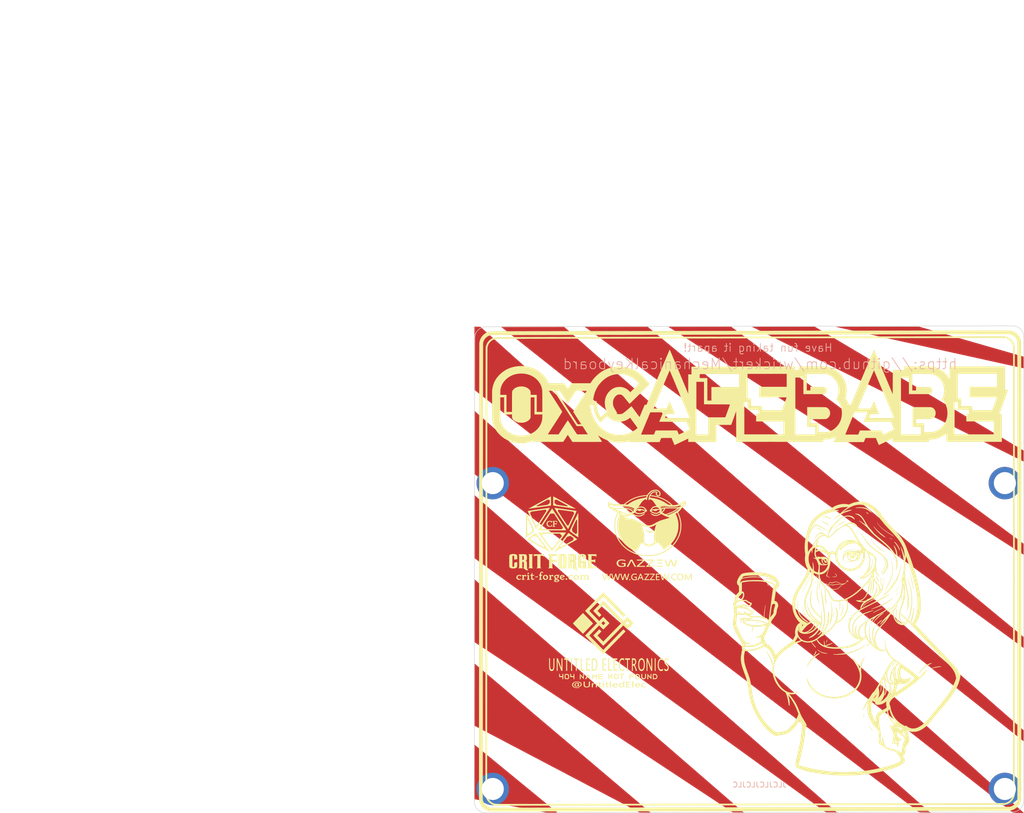
<source format=kicad_pcb>
(kicad_pcb (version 20210228) (generator pcbnew)
  (layers (0 "F.Cu" signal) (31 "B.Cu" signal) (34 "B.Paste" user) (35 "F.Paste" user) (36 "B.SilkS" user "B.Silkscreen") (37 "F.SilkS" user "F.Silkscreen") (38 "B.Mask" user) (39 "F.Mask" user) (44 "Edge.Cuts" user))
  (net 0 "")
  (footprint "LOGO" (layer "F.Cu") (at 0 0)
    (fp_text reference "G***" hide)
    (fp_text value "LOGO" hide)
  )
  (footprint "LOGO" (layer "F.Cu") (at 140.398347 107.580362)
    (fp_text reference "G***" hide)
    (fp_text value "LOGO" hide)
    (fp_poly (pts (xy 32.54375 -46.502725) (xy 42.523833 -43.63721) (xy 52.503917 -40.771695) (xy 52.509395 -39.658097) (xy 52.510459 -39.403559) (xy 52.510907 -39.188501) (xy 52.510685 -39.010071) (xy 52.509738 -38.865419) (xy 52.508011 -38.751696) (xy 52.505452 -38.666051) (xy 52.502005 -38.605633) (xy 52.497617 -38.567593) (xy 52.492232 -38.549079) (xy 52.488229 -38.546162) (xy 52.466433 -38.550775) (xy 52.404242 -38.564315) (xy 52.302598 -38.586574) (xy 52.162441 -38.617345) (xy 51.984714 -38.65642) (xy 51.770357 -38.70359) (xy 51.520311 -38.758649) (xy 51.235519 -38.821389) (xy 50.91692 -38.891602) (xy 50.565457 -38.969079) (xy 50.182071 -39.053614) (xy 49.767702 -39.144999) (xy 49.323293 -39.243025) (xy 48.849784 -39.347486) (xy 48.348117 -39.458173) (xy 47.819233 -39.574879) (xy 47.264073 -39.697396) (xy 46.683578 -39.825516) (xy 46.078691 -39.959031) (xy 45.450352 -40.097735) (xy 44.799501 -40.241418) (xy 44.127082 -40.389873) (xy 43.434034 -40.542893) (xy 42.7213 -40.70027) (xy 41.98982 -40.861796) (xy 41.240536 -41.027263) (xy 40.474388 -41.196464) (xy 39.692319 -41.36919) (xy 38.89527 -41.545235) (xy 38.084181 -41.72439) (xy 37.259994 -41.906448) (xy 36.423651 -42.0912) (xy 35.576092 -42.27844) (xy 34.718259 -42.467959) (xy 34.529688 -42.509621) (xy 33.669789 -42.699617) (xy 32.819982 -42.887412) (xy 31.981209 -43.072796) (xy 31.154409 -43.255562) (xy 30.340523 -43.435501) (xy 29.540491 -43.612404) (xy 28.755255 -43.786063) (xy 27.985755 -43.956269) (xy 27.23293 -44.122815) (xy 26.497723 -44.285491) (xy 25.781073 -44.444089) (xy 25.083922 -44.598401) (xy 24.407209 -44.748218) (xy 23.751875 -44.893332) (xy 23.11886 -45.033534) (xy 22.509106 -45.168615) (xy 21.923553 -45.298369) (xy 21.363141 -45.422585) (xy 20.828812 -45.541055) (xy 20.321504 -45.653572) (xy 19.84216 -45.759926) (xy 19.391719 -45.85991) (xy 18.971123 -45.953314) (xy 18.581312 -46.03993) (xy 18.223225 -46.11955) (xy 17.897805 -46.191965) (xy 17.605991 -46.256967) (xy 17.348724 -46.314348) (xy 17.126945 -46.363898) (xy 16.941594 -46.40541) (xy 16.793612 -46.438675) (xy 16.683939 -46.463484) (xy 16.613516 -46.47963) (xy 16.583283 -46.486903) (xy 16.582119 -46.487292) (xy 16.601897 -46.488441) (xy 16.662554 -46.489568) (xy 16.762635 -46.49067) (xy 16.900685 -46.491743) (xy 17.075248 -46.492785) (xy 17.28487 -46.493792) (xy 17.528097 -46.494763) (xy 17.803472 -46.495694) (xy 18.109542 -46.496582) (xy 18.444852 -46.497424) (xy 18.807946 -46.498219) (xy 19.19737 -46.498961) (xy 19.611669 -46.49965) (xy 20.049388 -46.500282) (xy 20.509072 -46.500854) (xy 20.989267 -46.501363) (xy 21.488516 -46.501806) (xy 22.005367 -46.502182) (xy 22.538363 -46.502486) (xy 23.08605 -46.502715) (xy 23.646973 -46.502868) (xy 24.219677 -46.502941) (xy 24.555097 -46.502946) (xy 32.54375 -46.502725)) (layer "F.Cu") (width 0.01) (fill solid))
    (fp_poly (pts (xy -52.413958 -14.221149) (xy -52.395693 -14.205097) (xy -52.346041 -14.161556) (xy -52.26546 -14.090926) (xy -52.15441 -13.99361) (xy -52.01335 -13.870009) (xy -51.842738 -13.720526) (xy -51.643032 -13.545561) (xy -51.414692 -13.345517) (xy -51.158177 -13.120796) (xy -50.873945 -12.8718) (xy -50.562455 -12.59893) (xy -50.224165 -12.302588) (xy -49.859536 -11.983177) (xy -49.469024 -11.641097) (xy -49.053089 -11.276751) (xy -48.612191 -10.89054) (xy -48.146786 -10.482867) (xy -47.657336 -10.054133) (xy -47.144297 -9.604741) (xy -46.608129 -9.135091) (xy -46.049291 -8.645586) (xy -45.468241 -8.136628) (xy -44.865438 -7.608618) (xy -44.241342 -7.061958) (xy -43.59641 -6.497051) (xy -42.931101 -5.914297) (xy -42.245875 -5.3141) (xy -41.541189 -4.69686) (xy -40.817504 -4.062979) (xy -40.075277 -3.41286) (xy -39.314967 -2.746904) (xy -38.537034 -2.065513) (xy -37.741935 -1.369088) (xy -36.93013 -0.658033) (xy -36.102077 0.067252) (xy -35.258236 0.806365) (xy -34.399064 1.558903) (xy -33.525021 2.324466) (xy -32.636565 3.10265) (xy -31.734156 3.893055) (xy -30.818252 4.695279) (xy -29.889311 5.508918) (xy -28.947793 6.333573) (xy -27.994156 7.168841) (xy -27.028859 8.01432) (xy -26.052361 8.869608) (xy -25.065121 9.734303) (xy -24.067597 10.608004) (xy -23.060248 11.490309) (xy -22.043533 12.380816) (xy -21.01791 13.279122) (xy -19.983839 14.184827) (xy -18.941778 15.097529) (xy -17.892186 16.016825) (xy -17.742958 16.147527) (xy -16.692612 17.067491) (xy -15.649801 17.980873) (xy -14.614982 18.887271) (xy -13.588612 19.786285) (xy -12.571148 20.677514) (xy -11.563049 21.560557) (xy -10.564772 22.435013) (xy -9.576774 23.300482) (xy -8.599512 24.156562) (xy -7.633443 25.002853) (xy -6.679027 25.838954) (xy -5.736718 26.664463) (xy -4.806976 27.478981) (xy -3.890257 28.282106) (xy -2.987019 29.073437) (xy -2.09772 29.852573) (xy -1.222816 30.619115) (xy -0.362765 31.372659) (xy 0.481976 32.112807) (xy 1.310949 32.839157) (xy 2.123696 33.551308) (xy 2.919761 34.248859) (xy 3.698686 34.931409) (xy 4.460013 35.598558) (xy 5.203285 36.249905) (xy 5.928045 36.885048) (xy 6.633836 37.503588) (xy 7.320199 38.105122) (xy 7.986678 38.689251) (xy 8.632815 39.255572) (xy 9.258153 39.803687) (xy 9.862234 40.333193) (xy 10.444601 40.84369) (xy 11.004796 41.334776) (xy 11.542363 41.806052) (xy 12.056843 42.257115) (xy 12.547779 42.687566) (xy 13.014715 43.097004) (xy 13.457192 43.485027) (xy 13.874753 43.851234) (xy 14.26694 44.195226) (xy 14.633297 44.5166) (xy 14.973366 44.814956) (xy 15.286689 45.089894) (xy 15.57281 45.341012) (xy 15.83127 45.567909) (xy 16.061612 45.770185) (xy 16.263379 45.947439) (xy 16.436114 46.09927) (xy 16.579358 46.225276) (xy 16.692655 46.325058) (xy 16.775548 46.398214) (xy 16.827578 46.444344) (xy 16.848289 46.463046) (xy 16.848667 46.463463) (xy 16.832552 46.477423) (xy 16.822208 46.476921) (xy 16.796274 46.475779) (xy 16.732273 46.474487) (xy 16.634472 46.47309) (xy 16.507137 46.471632) (xy 16.354533 46.470159) (xy 16.180928 46.468715) (xy 15.990587 46.467344) (xy 15.794318 46.466129) (xy 14.792886 46.460417) (xy -18.850224 22.114566) (xy -52.493333 -2.231285) (xy -52.493333 -14.292426) (xy -52.413958 -14.221149)) (layer "F.Cu") (width 0.01) (fill solid))
    (fp_poly (pts (xy -52.458488 1.859007) (xy -52.410712 1.900146) (xy -52.332249 1.96788) (xy -52.223748 2.061646) (xy -52.085863 2.180878) (xy -51.919245 2.325012) (xy -51.724546 2.493483) (xy -51.502416 2.685727) (xy -51.253509 2.901179) (xy -50.978474 3.139273) (xy -50.677965 3.399447) (xy -50.352632 3.681135) (xy -50.003128 3.983772) (xy -49.630103 4.306794) (xy -49.23421 4.649636) (xy -48.8161 5.011734) (xy -48.376425 5.392523) (xy -47.915836 5.791438) (xy -47.434986 6.207916) (xy -46.934525 6.64139) (xy -46.415105 7.091297) (xy -45.877378 7.557071) (xy -45.321996 8.038149) (xy -44.74961 8.533966) (xy -44.160872 9.043957) (xy -43.556433 9.567557) (xy -42.936945 10.104202) (xy -42.30306 10.653328) (xy -41.65543 11.214369) (xy -40.994705 11.78676) (xy -40.321538 12.369939) (xy -39.63658 12.963339) (xy -38.940483 13.566396) (xy -38.233899 14.178546) (xy -37.517478 14.799223) (xy -36.791874 15.427864) (xy -36.057736 16.063904) (xy -35.315718 16.706777) (xy -34.56647 17.355921) (xy -33.810645 18.010768) (xy -33.048893 18.670757) (xy -32.281867 19.33532) (xy -31.510218 20.003895) (xy -30.734598 20.675916) (xy -29.955658 21.350819) (xy -29.174051 22.028039) (xy -28.390427 22.707011) (xy -27.605438 23.387171) (xy -26.819736 24.067955) (xy -26.033973 24.748797) (xy -25.2488 25.429133) (xy -24.464869 26.108399) (xy -23.682831 26.78603) (xy -22.903338 27.46146) (xy -22.127042 28.134127) (xy -21.354594 28.803464) (xy -20.586646 29.468907) (xy -19.82385 30.129893) (xy -19.066857 30.785855) (xy -18.316319 31.43623) (xy -17.572887 32.080453) (xy -16.837213 32.717959) (xy -16.109949 33.348183) (xy -15.391747 33.970562) (xy -14.683257 34.58453) (xy -13.985132 35.189523) (xy -13.298024 35.784976) (xy -12.622583 36.370324) (xy -11.959461 36.945004) (xy -11.309311 37.50845) (xy -10.672784 38.060097) (xy -10.050531 38.599382) (xy -9.443204 39.125739) (xy -8.851454 39.638604) (xy -8.275934 40.137412) (xy -7.717295 40.621599) (xy -7.176188 41.090599) (xy -6.653266 41.54385) (xy -6.149179 41.980785) (xy -5.66458 42.40084) (xy -5.20012 42.80345) (xy -4.75645 43.188052) (xy -4.334223 43.55408) (xy -3.93409 43.900969) (xy -3.556702 44.228156) (xy -3.202711 44.535075) (xy -2.87277 44.821162) (xy -2.567528 45.085852) (xy -2.287639 45.328581) (xy -2.033754 45.548784) (xy -1.806524 45.745896) (xy -1.606601 45.919352) (xy -1.434636 46.068589) (xy -1.291282 46.193042) (xy -1.177189 46.292145) (xy -1.09301 46.365335) (xy -1.039397 46.412046) (xy -1.017 46.431715) (xy -1.016481 46.432192) (xy -0.964046 46.482) (xy -1.397481 46.477198) (xy -1.542168 46.475422) (xy -1.717393 46.472994) (xy -1.911371 46.470094) (xy -2.112315 46.466903) (xy -2.308438 46.463601) (xy -2.436386 46.461323) (xy -3.041855 46.45025) (xy -27.766811 30.141334) (xy -52.491768 13.832417) (xy -52.492551 7.835195) (xy -52.492555 7.312648) (xy -52.492432 6.804429) (xy -52.492186 6.312073) (xy -52.491823 5.837118) (xy -52.491346 5.3811) (xy -52.49076 4.945557) (xy -52.490069 4.532025) (xy -52.489279 4.142042) (xy -52.488393 3.777143) (xy -52.487417 3.438866) (xy -52.486354 3.128748) (xy -52.485209 2.848325) (xy -52.483987 2.599135) (xy -52.482693 2.382714) (xy -52.48133 2.200599) (xy -52.479903 2.054328) (xy -52.478417 1.945436) (xy -52.476876 1.875461) (xy -52.475286 1.845939) (xy -52.474924 1.845028) (xy -52.458488 1.859007)) (layer "F.Cu") (width 0.01) (fill solid))
    (fp_poly (pts (xy -25.799235 -46.502273) (xy -25.409525 -46.502224) (xy -19.39925 -46.501282) (xy 16.552333 -16.817496) (xy 52.503917 12.86629) (xy 52.509406 13.915562) (xy 52.510171 14.121741) (xy 52.510279 14.314427) (xy 52.509771 14.489603) (xy 52.508687 14.643254) (xy 52.507069 14.771366) (xy 52.504955 14.869923) (xy 52.502388 14.934911) (xy 52.499407 14.962314) (xy 52.498822 14.962945) (xy 52.481363 14.95044) (xy 52.430212 14.913258) (xy 52.345833 14.851737) (xy 52.228686 14.766216) (xy 52.079234 14.657031) (xy 51.897937 14.524522) (xy 51.685258 14.369026) (xy 51.441658 14.190881) (xy 51.167599 13.990425) (xy 50.863543 13.767996) (xy 50.52995 13.523933) (xy 50.167283 13.258572) (xy 49.776004 12.972252) (xy 49.356573 12.665312) (xy 48.909453 12.338088) (xy 48.435105 11.990919) (xy 47.93399 11.624144) (xy 47.406571 11.238099) (xy 46.85331 10.833123) (xy 46.274666 10.409555) (xy 45.671103 9.967731) (xy 45.043082 9.50799) (xy 44.391065 9.030669) (xy 43.715512 8.536108) (xy 43.016886 8.024643) (xy 42.295649 7.496614) (xy 41.552262 6.952357) (xy 40.787186 6.392211) (xy 40.000884 5.816513) (xy 39.193816 5.225603) (xy 38.366445 4.619817) (xy 37.519232 3.999494) (xy 36.652639 3.364971) (xy 35.767127 2.716587) (xy 34.863158 2.05468) (xy 33.941194 1.379587) (xy 33.001696 0.691647) (xy 32.045126 -0.008802) (xy 31.071945 -0.721423) (xy 30.082616 -1.445877) (xy 29.077599 -2.181826) (xy 28.057356 -2.928933) (xy 27.02235 -3.68686) (xy 25.973041 -4.455268) (xy 24.909891 -5.23382) (xy 23.833363 -6.022177) (xy 22.743916 -6.820001) (xy 21.642014 -7.626956) (xy 20.528117 -8.442701) (xy 19.402688 -9.266901) (xy 18.266188 -10.099216) (xy 17.119078 -10.939309) (xy 15.961821 -11.786841) (xy 14.794877 -12.641475) (xy 13.618709 -13.502873) (xy 12.433778 -14.370696) (xy 11.240546 -15.244607) (xy 10.557868 -15.744597) (xy 9.360055 -16.621875) (xy 8.170272 -17.493276) (xy 6.988983 -18.358463) (xy 5.816648 -19.217097) (xy 4.65373 -20.068841) (xy 3.500689 -20.913354) (xy 2.357989 -21.7503) (xy 1.226091 -22.579341) (xy 0.105457 -23.400136) (xy -1.003452 -24.212349) (xy -2.100174 -25.015641) (xy -3.184246 -25.809674) (xy -4.255208 -26.59411) (xy -5.312597 -27.368609) (xy -6.355951 -28.132835) (xy -7.384809 -28.886448) (xy -8.398709 -29.62911) (xy -9.397189 -30.360483) (xy -10.379787 -31.080229) (xy -11.346042 -31.788009) (xy -12.295491 -32.483486) (xy -13.227673 -33.16632) (xy -14.142126 -33.836173) (xy -15.038389 -34.492708) (xy -15.915999 -35.135585) (xy -16.774494 -35.764467) (xy -17.613413 -36.379015) (xy -18.432294 -36.978892) (xy -19.230676 -37.563757) (xy -20.008096 -38.133274) (xy -20.764092 -38.687104) (xy -21.498204 -39.224909) (xy -22.209968 -39.746351) (xy -22.898923 -40.25109) (xy -23.564608 -40.738789) (xy -24.206561 -41.20911) (xy -24.824319 -41.661714) (xy -25.417421 -42.096262) (xy -25.985405 -42.512418) (xy -26.52781 -42.909841) (xy -27.044173 -43.288195) (xy -27.534033 -43.64714) (xy -27.996928 -43.986339) (xy -28.432396 -44.305453) (xy -28.839975 -44.604143) (xy -29.219204 -44.882073) (xy -29.569621 -45.138902) (xy -29.890763 -45.374293) (xy -30.18217 -45.587908) (xy -30.443379 -45.779408) (xy -30.673928 -45.948455) (xy -30.873356 -46.09471) (xy -31.041202 -46.217836) (xy -31.177002 -46.317494) (xy -31.280295 -46.393346) (xy -31.35062 -46.445053) (xy -31.387515 -46.472277) (xy -31.393407 -46.476708) (xy -31.388861 -46.479422) (xy -31.368799 -46.481952) (xy -31.33198 -46.484305) (xy -31.277164 -46.486485) (xy -31.203111 -46.488498) (xy -31.10858 -46.49035) (xy -30.992332 -46.492044) (xy -30.853126 -46.493588) (xy -30.689723 -46.494985) (xy -30.500881 -46.496242) (xy -30.285362 -46.497363) (xy -30.041925 -46.498355) (xy -29.76933 -46.499221) (xy -29.466336 -46.499968) (xy -29.131704 -46.5006) (xy -28.764194 -46.501124) (xy -28.362564 -46.501544) (xy -27.925577 -46.501865) (xy -27.45199 -46.502094) (xy -26.940564 -46.502234) (xy -26.390059 -46.502292) (xy -25.799235 -46.502273)) (layer "F.Cu") (width 0.01) (fill solid))
    (fp_poly (pts (xy 24.543821 -25.737242) (xy 52.503917 -4.971318) (xy 52.509406 -3.924992) (xy 52.510171 -3.719073) (xy 52.510278 -3.526624) (xy 52.509767 -3.35167) (xy 52.508679 -3.198236) (xy 52.507054 -3.070348) (xy 52.504934 -2.972031) (xy 52.502359 -2.90731) (xy 52.499369 -2.880211) (xy 52.498822 -2.879636) (xy 52.48058 -2.891046) (xy 52.427262 -2.924978) (xy 52.339416 -2.981084) (xy 52.217588 -3.05901) (xy 52.062324 -3.158407) (xy 51.874171 -3.278925) (xy 51.653676 -3.420211) (xy 51.401385 -3.581915) (xy 51.117845 -3.763688) (xy 50.803602 -3.965177) (xy 50.459203 -4.186032) (xy 50.085194 -4.425902) (xy 49.682122 -4.684437) (xy 49.250534 -4.961285) (xy 48.790975 -5.256097) (xy 48.303994 -5.568521) (xy 47.790135 -5.898206) (xy 47.249946 -6.244802) (xy 46.683973 -6.607957) (xy 46.092762 -6.987322) (xy 45.476862 -7.382545) (xy 44.836816 -7.793276) (xy 44.173174 -8.219163) (xy 43.48648 -8.659857) (xy 42.777281 -9.115006) (xy 42.046125 -9.584259) (xy 41.293557 -10.067266) (xy 40.520125 -10.563676) (xy 39.726373 -11.073138) (xy 38.912851 -11.595302) (xy 38.080102 -12.129816) (xy 37.228676 -12.67633) (xy 36.359117 -13.234493) (xy 35.471972 -13.803954) (xy 34.567788 -14.384363) (xy 33.647112 -14.975369) (xy 32.71049 -15.576621) (xy 31.758469 -16.187768) (xy 30.791594 -16.80846) (xy 29.810413 -17.438345) (xy 28.815473 -18.077073) (xy 27.807319 -18.724293) (xy 26.786498 -19.379655) (xy 25.753558 -20.042807) (xy 24.709044 -20.7134) (xy 23.653502 -21.391081) (xy 22.58748 -22.0755) (xy 21.511525 -22.766308) (xy 20.426182 -23.463151) (xy 19.331998 -24.165681) (xy 18.537174 -24.676011) (xy 17.436973 -25.382424) (xy 16.345234 -26.08342) (xy 15.262503 -26.778648) (xy 14.189328 -27.467756) (xy 13.126254 -28.150394) (xy 12.073827 -28.826211) (xy 11.032594 -29.494856) (xy 10.003101 -30.155977) (xy 8.985894 -30.809224) (xy 7.981519 -31.454246) (xy 6.990523 -32.090692) (xy 6.013453 -32.71821) (xy 5.050853 -33.33645) (xy 4.103272 -33.945061) (xy 3.171254 -34.543691) (xy 2.255346 -35.131991) (xy 1.356095 -35.709608) (xy 0.474046 -36.276191) (xy -0.390254 -36.831391) (xy -1.236258 -37.374856) (xy -2.063421 -37.906234) (xy -2.871196 -38.425175) (xy -3.659037 -38.931328) (xy -4.426398 -39.424341) (xy -5.172732 -39.903864) (xy -5.897494 -40.369547) (xy -6.600136 -40.821037) (xy -7.280113 -41.257984) (xy -7.936878 -41.680036) (xy -8.569885 -42.086844) (xy -9.178588 -42.478055) (xy -9.76244 -42.853319) (xy -10.320896 -43.212285) (xy -10.853408 -43.554602) (xy -11.359432 -43.879919) (xy -11.838419 -44.187884) (xy -12.289825 -44.478147) (xy -12.713103 -44.750358) (xy -13.107706 -45.004164) (xy -13.473089 -45.239215) (xy -13.808704 -45.45516) (xy -14.114007 -45.651647) (xy -14.388449 -45.828327) (xy -14.631486 -45.984848) (xy -14.842572 -46.120858) (xy -15.021158 -46.236007) (xy -15.1667 -46.329944) (xy -15.278652 -46.402319) (xy -15.356466 -46.452779) (xy -15.399596 -46.480973) (xy -15.408868 -46.487291) (xy -15.388021 -46.488618) (xy -15.326524 -46.489915) (xy -15.226061 -46.491178) (xy -15.088315 -46.492402) (xy -14.91497 -46.493584) (xy -14.707708 -46.494719) (xy -14.468214 -46.495802) (xy -14.198171 -46.496829) (xy -13.899262 -46.497796) (xy -13.573171 -46.498697) (xy -13.221581 -46.499529) (xy -12.846176 -46.500287) (xy -12.448639 -46.500967) (xy -12.030653 -46.501564) (xy -11.593903 -46.502073) (xy -11.140071 -46.502491) (xy -10.670842 -46.502813) (xy -10.187897 -46.503034) (xy -9.692922 -46.503149) (xy -9.412804 -46.503166) (xy -3.416274 -46.503166) (xy 24.543821 -25.737242)) (layer "F.Cu") (width 0.01) (fill solid))
    (fp_poly (pts (xy -52.460237 33.477888) (xy -52.411303 33.517233) (xy -52.331657 33.5818) (xy -52.222304 33.670767) (xy -52.084246 33.783314) (xy -51.918487 33.918618) (xy -51.726028 34.075857) (xy -51.507873 34.254211) (xy -51.265025 34.452858) (xy -50.998487 34.670976) (xy -50.709262 34.907743) (xy -50.398353 35.162339) (xy -50.066762 35.433941) (xy -49.715494 35.721729) (xy -49.345549 36.02488) (xy -48.957933 36.342572) (xy -48.553646 36.673986) (xy -48.133694 37.018298) (xy -47.699077 37.374687) (xy -47.2508 37.742332) (xy -46.789866 38.120412) (xy -46.317276 38.508104) (xy -45.834035 38.904587) (xy -45.341145 39.30904) (xy -44.839609 39.720641) (xy -44.619333 39.901434) (xy -44.113776 40.316385) (xy -43.616208 40.724777) (xy -43.127645 41.125778) (xy -42.649097 41.518557) (xy -42.18158 41.902283) (xy -41.726105 42.276123) (xy -41.283687 42.639246) (xy -40.855337 42.990821) (xy -40.44207 43.330016) (xy -40.044899 43.656) (xy -39.664836 43.967941) (xy -39.302895 44.265007) (xy -38.960089 44.546366) (xy -38.637431 44.811189) (xy -38.335935 45.058642) (xy -38.056613 45.287894) (xy -37.800478 45.498114) (xy -37.568544 45.68847) (xy -37.361824 45.858131) (xy -37.181331 46.006265) (xy -37.028078 46.13204) (xy -36.903078 46.234626) (xy -36.807345 46.313189) (xy -36.741892 46.3669) (xy -36.707731 46.394926) (xy -36.703 46.398804) (xy -36.628917 46.459414) (xy -37.1475 46.455234) (xy -37.333084 46.453638) (xy -37.54291 46.45167) (xy -37.760707 46.449491) (xy -37.970208 46.447265) (xy -38.155142 46.445156) (xy -38.170353 46.444974) (xy -38.674622 46.438893) (xy -45.562894 45.158697) (xy -46.095916 45.059646) (xy -46.618272 44.962599) (xy -47.128426 44.867843) (xy -47.624839 44.775661) (xy -48.105974 44.686339) (xy -48.570293 44.600162) (xy -49.01626 44.517414) (xy -49.442336 44.43838) (xy -49.846983 44.363345) (xy -50.228665 44.292595) (xy -50.585843 44.226413) (xy -50.916981 44.165086) (xy -51.220539 44.108897) (xy -51.494982 44.058132) (xy -51.738771 44.013075) (xy -51.950368 43.974012) (xy -52.128237 43.941227) (xy -52.270839 43.915005) (xy -52.376637 43.895631) (xy -52.444094 43.88339) (xy -52.471671 43.878567) (xy -52.47225 43.8785) (xy -52.474814 43.857355) (xy -52.477214 43.794003) (xy -52.47945 43.688572) (xy -52.481521 43.541188) (xy -52.483427 43.351978) (xy -52.485167 43.12107) (xy -52.48674 42.848588) (xy -52.488147 42.534661) (xy -52.489386 42.179416) (xy -52.490458 41.782978) (xy -52.49136 41.345474) (xy -52.492094 40.867033) (xy -52.492659 40.347779) (xy -52.493053 39.787841) (xy -52.493277 39.187344) (xy -52.493333 38.6715) (xy -52.49327 38.205055) (xy -52.493083 37.749824) (xy -52.492777 37.307615) (xy -52.49236 36.880234) (xy -52.491835 36.469488) (xy -52.491209 36.077184) (xy -52.490486 35.705128) (xy -52.489673 35.355128) (xy -52.488776 35.028989) (xy -52.487798 34.72852) (xy -52.486747 34.455525) (xy -52.485627 34.211813) (xy -52.484445 33.999189) (xy -52.483204 33.819462) (xy -52.481912 33.674436) (xy -52.480574 33.56592) (xy -52.479194 33.495719) (xy -52.477779 33.465641) (xy -52.477458 33.464587) (xy -52.460237 33.477888)) (layer "F.Cu") (width 0.01) (fill solid))
    (fp_poly (pts (xy -52.445708 -30.359694) (xy -52.428608 -30.344587) (xy -52.380164 -30.301839) (xy -52.300781 -30.231809) (xy -52.190867 -30.134855) (xy -52.050829 -30.011336) (xy -51.881074 -29.861611) (xy -51.682007 -29.686038) (xy -51.454036 -29.484976) (xy -51.197567 -29.258784) (xy -50.913007 -29.007821) (xy -50.600763 -28.732444) (xy -50.261241 -28.433013) (xy -49.894849 -28.109887) (xy -49.501992 -27.763423) (xy -49.083078 -27.393981) (xy -48.638513 -27.00192) (xy -48.168704 -26.587597) (xy -47.674058 -26.151372) (xy -47.154981 -25.693603) (xy -46.61188 -25.214648) (xy -46.045162 -24.714868) (xy -45.455233 -24.194619) (xy -44.8425 -23.654262) (xy -44.20737 -23.094154) (xy -43.550249 -22.514654) (xy -42.871545 -21.916121) (xy -42.171663 -21.298913) (xy -41.451011 -20.663389) (xy -40.709995 -20.009908) (xy -39.949022 -19.338829) (xy -39.168499 -18.650509) (xy -38.368832 -17.945308) (xy -37.550428 -17.223585) (xy -36.713694 -16.485698) (xy -35.859036 -15.732005) (xy -34.986862 -14.962865) (xy -34.097577 -14.178638) (xy -33.191589 -13.379681) (xy -32.269304 -12.566353) (xy -31.331128 -11.739013) (xy -30.37747 -10.89802) (xy -29.408734 -10.043732) (xy -28.425329 -9.176508) (xy -27.42766 -8.296707) (xy -26.416135 -7.404686) (xy -25.39116 -6.500806) (xy -24.353141 -5.585423) (xy -23.302486 -4.658898) (xy -22.239601 -3.721589) (xy -21.164893 -2.773854) (xy -20.078768 -1.816053) (xy -18.981634 -0.848542) (xy -17.873897 0.128317) (xy -16.755963 1.114168) (xy -15.628239 2.108651) (xy -14.491133 3.111407) (xy -13.34505 4.122079) (xy -12.190398 5.140307) (xy -11.027583 6.165733) (xy -9.857011 7.197997) (xy -8.911167 8.032086) (xy -7.7346 9.06964) (xy -6.565451 10.100654) (xy -5.404129 11.124772) (xy -4.251039 12.141633) (xy -3.106589 13.150879) (xy -1.971186 14.152152) (xy -0.845236 15.145091) (xy 0.270854 16.129339) (xy 1.376676 17.104536) (xy 2.471824 18.070324) (xy 3.555891 19.026344) (xy 4.62847 19.972237) (xy 5.689155 20.907643) (xy 6.737537 21.832205) (xy 7.773212 22.745563) (xy 8.79577 23.647359) (xy 9.804806 24.537232) (xy 10.799913 25.414826) (xy 11.780684 26.27978) (xy 12.746711 27.131737) (xy 13.697589 27.970336) (xy 14.632909 28.79522) (xy 15.552266 29.606028) (xy 16.455252 30.402404) (xy 17.341461 31.183986) (xy 18.210485 31.950418) (xy 19.061918 32.701339) (xy 19.895352 33.436392) (xy 20.710382 34.155216) (xy 21.506599 34.857454) (xy 22.283598 35.542746) (xy 23.04097 36.210733) (xy 23.77831 36.861057) (xy 24.495211 37.493359) (xy 25.191264 38.10728) (xy 25.866065 38.70246) (xy 26.519205 39.278542) (xy 27.150278 39.835166) (xy 27.758877 40.371974) (xy 28.344595 40.888605) (xy 28.907024 41.384703) (xy 29.44576 41.859907) (xy 29.960393 42.31386) (xy 30.450518 42.746201) (xy 30.915728 43.156573) (xy 31.355615 43.544615) (xy 31.769773 43.909971) (xy 32.157795 44.252279) (xy 32.519273 44.571183) (xy 32.853802 44.866322) (xy 33.160974 45.137339) (xy 33.440383 45.383873) (xy 33.69162 45.605567) (xy 33.914281 45.80206) (xy 34.107956 45.972996) (xy 34.272241 46.118014) (xy 34.406727 46.236756) (xy 34.511009 46.328862) (xy 34.584678 46.393975) (xy 34.627328 46.431734) (xy 34.638843 46.442008) (xy 34.701936 46.503167) (xy 34.342509 46.498827) (xy 34.226824 46.497316) (xy 34.078064 46.495198) (xy 33.905486 46.492615) (xy 33.718341 46.489707) (xy 33.525884 46.486618) (xy 33.337368 46.483488) (xy 33.30575 46.482952) (xy 32.628417 46.471417) (xy -9.932458 14.078103) (xy -52.493333 -18.315212) (xy -52.493333 -30.402712) (xy -52.445708 -30.359694)) (layer "F.Cu") (width 0.01) (fill solid))
    (fp_poly (pts (xy -51.933066 -46.498221) (xy -51.372798 -46.492583) (xy 0.570851 -0.003091) (xy 1.85267 1.144139) (xy 3.127112 2.28477) (xy 4.393808 3.418473) (xy 5.65239 4.54492) (xy 6.90249 5.66378) (xy 8.143741 6.774725) (xy 9.375773 7.877424) (xy 10.59822 8.971549) (xy 11.810713 10.056769) (xy 13.012885 11.132757) (xy 14.204367 12.199182) (xy 15.384791 13.255714) (xy 16.55379 14.302025) (xy 17.710995 15.337786) (xy 18.856039 16.362666) (xy 19.988553 17.376336) (xy 21.10817 18.378468) (xy 22.214521 19.368731) (xy 23.30724 20.346796) (xy 24.385957 21.312334) (xy 25.450304 22.265016) (xy 26.499915 23.204511) (xy 27.53442 24.130492) (xy 28.553452 25.042627) (xy 29.556643 25.940589) (xy 30.543625 26.824047) (xy 31.51403 27.692672) (xy 32.46749 28.546135) (xy 33.403637 29.384106) (xy 34.322103 30.206256) (xy 35.222521 31.012256) (xy 36.104521 31.801776) (xy 36.967737 32.574487) (xy 37.8118 33.330059) (xy 38.636342 34.068163) (xy 39.440995 34.78847) (xy 40.225392 35.490651) (xy 40.989164 36.174375) (xy 41.731944 36.839314) (xy 42.453363 37.485137) (xy 43.153054 38.111517) (xy 43.830648 38.718123) (xy 44.485777 39.304626) (xy 45.118075 39.870696) (xy 45.727172 40.416005) (xy 46.3127 40.940223) (xy 46.874293 41.443019) (xy 47.411581 41.924066) (xy 47.924197 42.383034) (xy 48.411773 42.819593) (xy 48.873941 43.233414) (xy 49.310332 43.624167) (xy 49.72058 43.991524) (xy 50.104316 44.335154) (xy 50.461171 44.654728) (xy 50.790779 44.949918) (xy 51.092771 45.220393) (xy 51.366779 45.465824) (xy 51.612435 45.685882) (xy 51.829371 45.880238) (xy 52.01722 46.048561) (xy 52.175613 46.190524) (xy 52.304182 46.305795) (xy 52.402559 46.394046) (xy 52.470377 46.454948) (xy 52.507268 46.488171) (xy 52.5145 46.494784) (xy 52.494192 46.496991) (xy 52.436692 46.498524) (xy 52.347135 46.499423) (xy 52.230656 46.499723) (xy 52.092391 46.499463) (xy 51.937474 46.49868) (xy 51.771041 46.497412) (xy 51.598227 46.495694) (xy 51.424168 46.493566) (xy 51.253997 46.491064) (xy 51.092852 46.488225) (xy 50.945866 46.485088) (xy 50.852687 46.482693) (xy 50.450291 46.471417) (xy -1.020723 6.0325) (xy -52.491737 -34.406416) (xy -52.492535 -40.455137) (xy -52.493333 -46.503857) (xy -51.933066 -46.498221)) (layer "F.Cu") (width 0.01) (fill solid))
    (fp_poly (pts (xy 8.559785 -7.894088) (xy 52.5145 30.714991) (xy 52.514373 31.576454) (xy 52.513718 31.868926) (xy 52.511831 32.119724) (xy 52.508691 32.329488) (xy 52.504276 32.498861) (xy 52.498566 32.628483) (xy 52.491538 32.718995) (xy 52.483173 32.77104) (xy 52.474321 32.785503) (xy 52.45748 32.772354) (xy 52.407888 32.733205) (xy 52.325949 32.668378) (xy 52.212068 32.578194) (xy 52.066649 32.462975) (xy 51.890097 32.323042) (xy 51.682817 32.158715) (xy 51.445214 31.970316) (xy 51.177692 31.758167) (xy 50.880657 31.522588) (xy 50.554512 31.263901) (xy 50.199663 30.982426) (xy 49.816514 30.678486) (xy 49.405471 30.352401) (xy 48.966937 30.004492) (xy 48.501318 29.635081) (xy 48.009018 29.244489) (xy 47.490442 28.833037) (xy 46.945994 28.401046) (xy 46.376081 27.948838) (xy 45.781105 27.476733) (xy 45.161472 26.985053) (xy 44.517587 26.474119) (xy 43.849855 25.944253) (xy 43.158679 25.395775) (xy 42.444466 24.829007) (xy 41.707619 24.244269) (xy 40.948543 23.641884) (xy 40.167643 23.022172) (xy 39.365324 22.385454) (xy 38.541991 21.732053) (xy 37.698048 21.062288) (xy 36.833899 20.376481) (xy 35.949951 19.674953) (xy 35.046607 18.958026) (xy 34.124272 18.226021) (xy 33.183351 17.479258) (xy 32.224249 16.71806) (xy 31.24737 15.942747) (xy 30.253119 15.15364) (xy 29.241901 14.351061) (xy 28.214121 13.535331) (xy 27.170183 12.706772) (xy 26.110491 11.865703) (xy 25.035452 11.012447) (xy 23.945469 10.147325) (xy 22.840948 9.270658) (xy 21.722292 8.382766) (xy 20.589907 7.483972) (xy 19.444197 6.574597) (xy 18.285568 5.654961) (xy 17.114423 4.725387) (xy 15.931168 3.786194) (xy 14.736208 2.837705) (xy 13.529946 1.88024) (xy 12.312788 0.914121) (xy 11.085139 -0.060331) (xy 9.847403 -1.042795) (xy 8.599985 -2.032949) (xy 7.34329 -3.030473) (xy 6.077722 -4.035046) (xy 4.803687 -5.046345) (xy 3.521588 -6.06405) (xy 2.57175 -6.818017) (xy 1.283829 -7.840351) (xy 0.003649 -8.856539) (xy -1.268387 -9.866262) (xy -2.531872 -10.869196) (xy -3.786402 -11.865022) (xy -5.031571 -12.853416) (xy -6.266974 -13.834058) (xy -7.492206 -14.806625) (xy -8.706862 -15.770797) (xy -9.910537 -16.726251) (xy -11.102825 -17.672666) (xy -12.283322 -18.60972) (xy -13.451621 -19.537092) (xy -14.607319 -20.45446) (xy -15.750009 -21.361503) (xy -16.879287 -22.257898) (xy -17.994747 -23.143325) (xy -19.095985 -24.017461) (xy -20.182594 -24.879986) (xy -21.25417 -25.730576) (xy -22.310309 -26.568912) (xy -23.350603 -27.394671) (xy -24.374649 -28.207531) (xy -25.382041 -29.007171) (xy -26.372374 -29.793269) (xy -27.345243 -30.565504) (xy -28.300243 -31.323555) (xy -29.236968 -32.067098) (xy -30.155013 -32.795814) (xy -31.053974 -33.50938) (xy -31.933444 -34.207474) (xy -32.793019 -34.889776) (xy -33.632294 -35.555962) (xy -34.450863 -36.205713) (xy -35.248322 -36.838706) (xy -36.024264 -37.454619) (xy -36.778286 -38.053131) (xy -37.509981 -38.633921) (xy -38.218944 -39.196666) (xy -38.904771 -39.741046) (xy -39.567056 -40.266738) (xy -40.205394 -40.77342) (xy -40.81938 -41.260772) (xy -41.408609 -41.728472) (xy -41.972675 -42.176198) (xy -42.511173 -42.603628) (xy -43.023699 -43.01044) (xy -43.509846 -43.396314) (xy -43.969211 -43.760928) (xy -44.401386 -44.10396) (xy -44.805969 -44.425087) (xy -45.182552 -44.72399) (xy -45.530732 -45.000346) (xy -45.850102 -45.253833) (xy -46.140258 -45.48413) (xy -46.400795 -45.690915) (xy -46.631307 -45.873867) (xy -46.831389 -46.032664) (xy -47.000636 -46.166984) (xy -47.138643 -46.276506) (xy -47.245005 -46.360909) (xy -47.319316 -46.41987) (xy -47.361172 -46.453068) (xy -47.371 -46.46085) (xy -47.375788 -46.464918) (xy -47.378319 -46.468707) (xy -47.377157 -46.472229) (xy -47.370865 -46.475492) (xy -47.358007 -46.478506) (xy -47.337144 -46.481283) (xy -47.306841 -46.483832) (xy -47.265662 -46.486162) (xy -47.212168 -46.488285) (xy -47.144924 -46.490209) (xy -47.062493 -46.491946) (xy -46.963438 -46.493504) (xy -46.846322 -46.494895) (xy -46.709709 -46.496128) (xy -46.552161 -46.497213) (xy -46.372243 -46.49816) (xy -46.168517 -46.49898) (xy -45.939546 -46.499682) (xy -45.683895 -46.500276) (xy -45.400125 -46.500772) (xy -45.086801 -46.501181) (xy -44.742485 -46.501512) (xy -44.365742 -46.501776) (xy -43.955133 -46.501983) (xy -43.509223 -46.502141) (xy -43.026575 -46.502263) (xy -42.505752 -46.502357) (xy -41.945316 -46.502434) (xy -41.409423 -46.502496) (xy -35.394929 -46.503166) (xy 8.559785 -7.894088)) (layer "F.Cu") (width 0.01) (fill solid))
    (fp_poly (pts (xy -35.65525 32.187514) (xy -34.918547 32.81158) (xy -34.189679 33.429034) (xy -33.469319 34.039309) (xy -32.758135 34.641835) (xy -32.056799 35.236044) (xy -31.36598 35.821368) (xy -30.68635 36.397238) (xy -30.018578 36.963087) (xy -29.363335 37.518344) (xy -28.721291 38.062443) (xy -28.093117 38.594815) (xy -27.479483 39.114891) (xy -26.881058 39.622103) (xy -26.298515 40.115883) (xy -25.732522 40.595661) (xy -25.183751 41.06087) (xy -24.652871 41.510941) (xy -24.140554 41.945307) (xy -23.647469 42.363397) (xy -23.174286 42.764645) (xy -22.721677 43.148481) (xy -22.290311 43.514337) (xy -21.880859 43.861645) (xy -21.493991 44.189837) (xy -21.130378 44.498343) (xy -20.79069 44.786596) (xy -20.475597 45.054027) (xy -20.185769 45.300068) (xy -19.921878 45.52415) (xy -19.684593 45.725705) (xy -19.474584 45.904164) (xy -19.292523 46.05896) (xy -19.139079 46.189523) (xy -19.014922 46.295285) (xy -18.920724 46.375678) (xy -18.857155 46.430134) (xy -18.824884 46.458083) (xy -18.820695 46.461941) (xy -18.83609 46.472132) (xy -18.884698 46.477973) (xy -18.947695 46.478582) (xy -18.997735 46.477455) (xy -19.084835 46.475659) (xy -19.20373 46.473296) (xy -19.349153 46.470468) (xy -19.515838 46.467277) (xy -19.69852 46.463826) (xy -19.891931 46.460216) (xy -19.977844 46.458626) (xy -20.873938 46.442087) (xy -36.667761 38.141103) (xy -37.43608 37.737279) (xy -38.195244 37.338254) (xy -38.944385 36.944481) (xy -39.682638 36.556418) (xy -40.40914 36.174518) (xy -41.123023 35.799236) (xy -41.823424 35.431029) (xy -42.509477 35.07035) (xy -43.180316 34.717655) (xy -43.835078 34.373399) (xy -44.472895 34.038037) (xy -45.092904 33.712024) (xy -45.694239 33.395816) (xy -46.276035 33.089866) (xy -46.837426 32.794631) (xy -47.377548 32.510565) (xy -47.895535 32.238124) (xy -48.390522 31.977762) (xy -48.861644 31.729935) (xy -49.308036 31.495097) (xy -49.728832 31.273704) (xy -50.123168 31.066211) (xy -50.490177 30.873073) (xy -50.828996 30.694744) (xy -51.138758 30.531681) (xy -51.418599 30.384337) (xy -51.667654 30.253169) (xy -51.885056 30.138631) (xy -52.069942 30.041178) (xy -52.221445 29.961265) (xy -52.338701 29.899348) (xy -52.420845 29.855881) (xy -52.46701 29.831319) (xy -52.477496 29.825589) (xy -52.478813 29.803473) (xy -52.480064 29.740721) (xy -52.481246 29.639031) (xy -52.482355 29.500099) (xy -52.48339 29.325622) (xy -52.484345 29.117299) (xy -52.48522 28.876827) (xy -52.48601 28.605902) (xy -52.486713 28.306223) (xy -52.487326 27.979485) (xy -52.487845 27.627388) (xy -52.488267 27.251627) (xy -52.488591 26.8539) (xy -52.488811 26.435906) (xy -52.488927 25.999339) (xy -52.488934 25.545899) (xy -52.488829 25.077283) (xy -52.48861 24.595187) (xy -52.488273 24.101309) (xy -52.488079 23.872102) (xy -52.48275 17.933145) (xy -35.65525 32.187514)) (layer "F.Cu") (width 0.01) (fill solid))
    (fp_poly (pts (xy 32.526516 -34.659263) (xy 33.378345 -34.153702) (xy 34.221375 -33.653352) (xy 35.054869 -33.158649) (xy 35.878091 -32.670032) (xy 36.690303 -32.187939) (xy 37.490769 -31.712807) (xy 38.278751 -31.245072) (xy 39.053514 -30.785174) (xy 39.81432 -30.333549) (xy 40.560432 -29.890635) (xy 41.291114 -29.45687) (xy 42.005629 -29.03269) (xy 42.703239 -28.618534) (xy 43.383209 -28.214839) (xy 44.044802 -27.822043) (xy 44.687279 -27.440583) (xy 45.309906 -27.070896) (xy 45.911944 -26.71342) (xy 46.492658 -26.368594) (xy 47.05131 -26.036853) (xy 47.587163 -25.718637) (xy 48.099482 -25.414381) (xy 48.587528 -25.124525) (xy 49.050565 -24.849504) (xy 49.487856 -24.589758) (xy 49.898665 -24.345723) (xy 50.282254 -24.117837) (xy 50.637888 -23.906538) (xy 50.964828 -23.712262) (xy 51.262339 -23.535448) (xy 51.529682 -23.376533) (xy 51.766123 -23.235955) (xy 51.970923 -23.114151) (xy 52.143347 -23.011558) (xy 52.282656 -22.928615) (xy 52.388115 -22.865758) (xy 52.458986 -22.823426) (xy 52.494533 -22.802055) (xy 52.498827 -22.799378) (xy 52.5019 -22.775654) (xy 52.504561 -22.713728) (xy 52.506768 -22.617732) (xy 52.50848 -22.491794) (xy 52.509654 -22.340045) (xy 52.51025 -22.166616) (xy 52.510226 -21.975636) (xy 52.509541 -21.771237) (xy 52.50941 -21.745546) (xy 52.503917 -20.707696) (xy 26.553583 -33.585438) (xy 25.561672 -34.077677) (xy 24.578847 -34.565421) (xy 23.605796 -35.048329) (xy 22.643204 -35.526061) (xy 21.691759 -35.998275) (xy 20.752147 -36.46463) (xy 19.825056 -36.924784) (xy 18.911173 -37.378397) (xy 18.011184 -37.825128) (xy 17.125776 -38.264634) (xy 16.255637 -38.696577) (xy 15.401452 -39.120613) (xy 14.563909 -39.536402) (xy 13.743696 -39.943603) (xy 12.941498 -40.341875) (xy 12.158002 -40.730876) (xy 11.393896 -41.110266) (xy 10.649867 -41.479703) (xy 9.926601 -41.838846) (xy 9.224785 -42.187354) (xy 8.545106 -42.524886) (xy 7.888251 -42.851101) (xy 7.254907 -43.165658) (xy 6.645761 -43.468215) (xy 6.061499 -43.758431) (xy 5.502809 -44.035966) (xy 4.970378 -44.300477) (xy 4.464892 -44.551625) (xy 3.987038 -44.789068) (xy 3.537504 -45.012464) (xy 3.116975 -45.221473) (xy 2.726139 -45.415753) (xy 2.365684 -45.594963) (xy 2.036294 -45.758763) (xy 1.738659 -45.90681) (xy 1.473464 -46.038765) (xy 1.241397 -46.154285) (xy 1.043143 -46.25303) (xy 0.879391 -46.334659) (xy 0.750828 -46.398829) (xy 0.658139 -46.445201) (xy 0.602012 -46.473434) (xy 0.583141 -46.483173) (xy 0.60206 -46.485237) (xy 0.662568 -46.487201) (xy 0.76392 -46.489064) (xy 0.905374 -46.490824) (xy 1.086185 -46.492477) (xy 1.305608 -46.494021) (xy 1.562901 -46.495454) (xy 1.857318 -46.496774) (xy 2.188116 -46.497977) (xy 2.55455 -46.499061) (xy 2.955877 -46.500025) (xy 3.391353 -46.500864) (xy 3.860233 -46.501577) (xy 4.361773 -46.502162) (xy 4.89523 -46.502616) (xy 5.459858 -46.502935) (xy 6.054915 -46.503119) (xy 6.566657 -46.503166) (xy 12.570281 -46.503166) (xy 32.526516 -34.659263)) (layer "F.Cu") (width 0.01) (fill solid))
  )
  (footprint "cafebabe:SMD Spacer M2.5" (layer "F.Cu") (at 91.5 149.5)
    (fp_text reference "REF**" hide)
    (fp_text value "SMD Spacer M2.5")
    (pad "1" thru_hole circle (at -0.1 0) (size 6.2 6.2) (drill 4.22) (layers *.Cu *.Mask))
  )
  (footprint "" (layer "F.Cu") (at 190.377818 149.577818)
    (fp_text reference "" (at 0 0) (layer "F.SilkS") (effects (font (size 1.27 1.27))))
    (fp_text value "" (at 0 0) (layer "F.SilkS") (effects (font (size 1.27 1.27))))
  )
  (footprint "" (layer "F.Cu") (at 90.377818 149.577818)
    (fp_text reference "" (at 0 0) (layer "F.SilkS") (effects (font (size 1.27 1.27))))
    (fp_text value "" (at 0 0) (layer "F.SilkS") (effects (font (size 1.27 1.27))))
  )
  (footprint "" (layer "F.Cu") (at 90.377818 88.177818)
    (fp_text reference "" (at 0 0) (layer "F.SilkS") (effects (font (size 1.27 1.27))))
    (fp_text value "" (at 0 0) (layer "F.SilkS") (effects (font (size 1.27 1.27))))
  )
  (footprint "" (layer "F.Cu") (at 189.3 149.5)
    (fp_text reference "" (at 0 0) (layer "F.SilkS") (effects (font (size 1.27 1.27))))
    (fp_text value "" (at 0 0) (layer "F.SilkS") (effects (font (size 1.27 1.27))))
    (pad "1" thru_hole circle (at 0 0) (size 6.2 6.2) (drill 4.22) (layers *.Cu *.Mask))
  )
  (footprint "LOGO" (layer "F.Cu") (at 140.398347 107.580362)
    (fp_text reference "G***" hide)
    (fp_text value "LOGO" hide)
  )
  (footprint "" (layer "F.Cu") (at 190.377818 88.177818)
    (fp_text reference "" (at 0 0) (layer "F.SilkS") (effects (font (size 1.27 1.27))))
    (fp_text value "" (at 0 0) (layer "F.SilkS") (effects (font (size 1.27 1.27))))
  )
  (footprint "LOGO" (layer "F.Cu") (at 0 0)
    (fp_text reference "G***" hide)
    (fp_text value "LOGO" hide)
  )
  (footprint "" (layer "F.Cu") (at 189.3 91)
    (fp_text reference "" (at 0 0) (layer "F.SilkS") (effects (font (size 1.27 1.27))))
    (fp_text value "" (at 0 0) (layer "F.SilkS") (effects (font (size 1.27 1.27))))
    (pad "1" thru_hole circle (at 0 0) (size 6.2 6.2) (drill 4.22) (layers *.Cu *.Mask))
  )
  (footprint "LOGO" (layer "F.Cu") (at 0 0)
    (fp_text reference "G***" hide)
    (fp_text value "LOGO" hide)
  )
  (footprint "LOGO" (layer "F.Cu") (at 0 0)
    (fp_text reference "G***" hide)
    (fp_text value "LOGO" hide)
  )
  (footprint "" (layer "F.Cu") (at 91.4 91)
    (fp_text reference "" (at 0 0) (layer "F.SilkS") (effects (font (size 1.27 1.27))))
    (fp_text value "" (at 0 0) (layer "F.SilkS") (effects (font (size 1.27 1.27))))
    (pad "1" thru_hole circle (at 0 0) (size 6.2 6.2) (drill 4.22) (layers *.Cu *.Mask))
  )
  (footprint "LOGO" (layer "F.Cu") (at 0 0)
    (fp_text reference "G***" hide)
    (fp_text value "LOGO" hide)
  )
  (gr_line (start 190.722183 153.922183) (end 90.077818 154.077818) (layer "Edge.Cuts") (width 0.1))
  (gr_arc (start 190.768844 63.067847) (end 190.724927 60.912212) (angle 91.16713205) (layer "Edge.Cuts") (width 0.1))
  (gr_line (start 87.877818 151.877818) (end 87.933453 63.283453) (layer "Edge.Cuts") (width 0.1))
  (gr_line (start 190.724927 60.912212) (end 90.133453 61.083453) (layer "Edge.Cuts") (width 0.1))
  (gr_line (start 192.924926 63.067847) (end 192.922183 151.722183) (layer "Edge.Cuts") (width 0.1))
  (gr_arc (start 90.133453 63.283453) (end 90.133453 61.083453) (angle -90) (layer "Edge.Cuts") (width 0.1))
  (gr_arc (start 190.722183 151.722183) (end 192.922183 151.722183) (angle 90) (layer "Edge.Cuts") (width 0.1))
  (gr_arc (start 90.077818 151.877818) (end 90.077818 154.077818) (angle 90) (layer "Edge.Cuts") (width 0.1))
  (gr_text "Have fun taking it apart!" (at 142.1 65.1) (layer "B.SilkS") (effects (font (size 1.5 1.5)) (justify mirror)))
  (gr_text "https://github.com/wrickert/MechanicalKeyboard" (at 142.499999 68.2) (layer "B.SilkS") (effects (font (size 2 2)) (justify mirror)))
  (gr_text "JLCJLCJLCJLC" (at 142.4 148.7) (layer "B.SilkS") (effects (font (size 1 1)) (justify mirror)))
)
</source>
